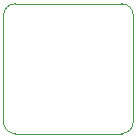
<source format=gm1>
%TF.GenerationSoftware,KiCad,Pcbnew,4.0.7+dfsg1-1*%
%TF.CreationDate,2017-09-29T19:36:36+02:00*%
%TF.ProjectId,fx2grok-tiny,66783267726F6B2D74696E792E6B6963,1*%
%TF.FileFunction,Profile,NP*%
%FSLAX46Y46*%
G04 Gerber Fmt 4.6, Leading zero omitted, Abs format (unit mm)*
G04 Created by KiCad (PCBNEW 4.0.7+dfsg1-1) date Fri Sep 29 19:36:36 2017*
%MOMM*%
%LPD*%
G01*
G04 APERTURE LIST*
%ADD10C,0.150000*%
%ADD11C,0.025400*%
G04 APERTURE END LIST*
D10*
D11*
X67701160Y-47749200D02*
G75*
G03X68701160Y-48749200I1000000J0D01*
G01*
X77701160Y-48749200D02*
G75*
G03X78701160Y-47749200I0J1000000D01*
G01*
X68701160Y-37749200D02*
G75*
G03X67701160Y-38749200I0J-1000000D01*
G01*
X78701160Y-38749200D02*
G75*
G03X77701160Y-37749200I-1000000J0D01*
G01*
X77701160Y-37749200D02*
X68701160Y-37749200D01*
X78701160Y-47749200D02*
X78701160Y-38749200D01*
X68701160Y-48749200D02*
X77701160Y-48749200D01*
X67701160Y-38749200D02*
X67701160Y-47749200D01*
M02*

</source>
